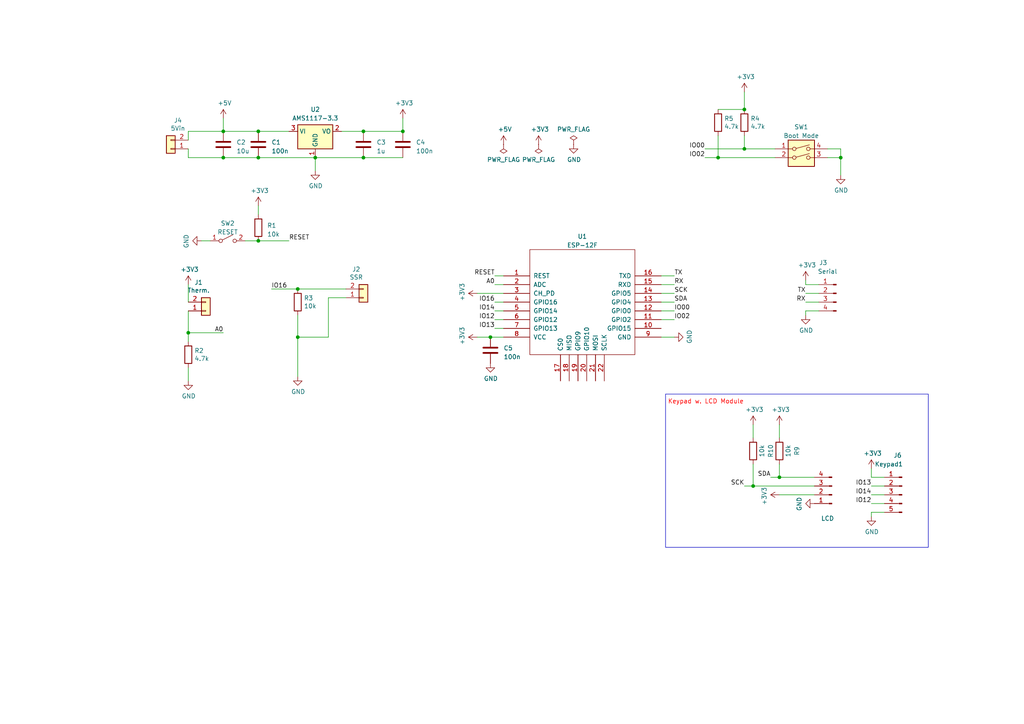
<source format=kicad_sch>
(kicad_sch (version 20231120) (generator "eeschema") (generator_version "8.0")
  (paper "A4")
  (lib_symbols
    (symbol "Connector:Conn_01x04_Pin" (pin_names (offset 1.016) hide)
      (property "Reference" "J" (at 0 5.08 0))
      (property "Value" "Conn_01x04_Pin" (at 0 -7.62 0))
      (symbol "Conn_01x04_Pin_1_1"
        (polyline (pts (xy 1.27 -5.08) (xy 0.8636 -5.08)) (stroke (width 0.1524)))
        (polyline (pts (xy 1.27 -2.54) (xy 0.8636 -2.54)) (stroke (width 0.1524)))
        (polyline (pts (xy 1.27 0) (xy 0.8636 0)) (stroke (width 0.1524)))
        (polyline (pts (xy 1.27 2.54) (xy 0.8636 2.54)) (stroke (width 0.1524)))
        (rectangle (start 0.8636 -4.953) (end 0 -5.207) (stroke (width 0.1524)) (fill (type outline)))
        (rectangle (start 0.8636 -2.413) (end 0 -2.667) (stroke (width 0.1524)) (fill (type outline)))
        (rectangle (start 0.8636 0.127) (end 0 -0.127) (stroke (width 0.1524)) (fill (type outline)))
        (rectangle (start 0.8636 2.667) (end 0 2.413) (stroke (width 0.1524)) (fill (type outline)))
        (pin passive line (at 5.08 2.54 180) (length 3.81) (name "Pin_1") (number "1"))
        (pin passive line (at 5.08 0 180) (length 3.81) (name "Pin_2") (number "2"))
        (pin passive line (at 5.08 -2.54 180) (length 3.81) (name "Pin_3") (number "3"))
        (pin passive line (at 5.08 -5.08 180) (length 3.81) (name "Pin_4") (number "4"))
      )
    )
    (symbol "Connector:Conn_01x05_Pin" (pin_names (offset 1.016) hide)
      (property "Reference" "J" (at 0 7.62 0))
      (property "Value" "Conn_01x05_Pin" (at 0 -7.62 0))
      (symbol "Conn_01x05_Pin_1_1"
        (polyline (pts (xy 1.27 -5.08) (xy 0.8636 -5.08)) (stroke (width 0.1524)))
        (polyline (pts (xy 1.27 -2.54) (xy 0.8636 -2.54)) (stroke (width 0.1524)))
        (polyline (pts (xy 1.27 0) (xy 0.8636 0)) (stroke (width 0.1524)))
        (polyline (pts (xy 1.27 2.54) (xy 0.8636 2.54)) (stroke (width 0.1524)))
        (polyline (pts (xy 1.27 5.08) (xy 0.8636 5.08)) (stroke (width 0.1524)))
        (rectangle (start 0.8636 -4.953) (end 0 -5.207) (stroke (width 0.1524)) (fill (type outline)))
        (rectangle (start 0.8636 -2.413) (end 0 -2.667) (stroke (width 0.1524)) (fill (type outline)))
        (rectangle (start 0.8636 0.127) (end 0 -0.127) (stroke (width 0.1524)) (fill (type outline)))
        (rectangle (start 0.8636 2.667) (end 0 2.413) (stroke (width 0.1524)) (fill (type outline)))
        (rectangle (start 0.8636 5.207) (end 0 4.953) (stroke (width 0.1524)) (fill (type outline)))
        (pin passive line (at 5.08 5.08 180) (length 3.81) (name "Pin_1") (number "1"))
        (pin passive line (at 5.08 2.54 180) (length 3.81) (name "Pin_2") (number "2"))
        (pin passive line (at 5.08 0 180) (length 3.81) (name "Pin_3") (number "3"))
        (pin passive line (at 5.08 -2.54 180) (length 3.81) (name "Pin_4") (number "4"))
        (pin passive line (at 5.08 -5.08 180) (length 3.81) (name "Pin_5") (number "5"))
      )
    )
    (symbol "Connector_Generic:Conn_01x02" (pin_names (offset 1.016) hide)
      (property "Reference" "J" (at 0 2.54 0))
      (property "Value" "Conn_01x02" (at 0 -5.08 0))
      (symbol "Conn_01x02_1_1"
        (rectangle (start -1.27 -2.413) (end 0 -2.667) (stroke (width 0.1524)))
        (rectangle (start -1.27 0.127) (end 0 -0.127) (stroke (width 0.1524)))
        (rectangle (start -1.27 1.27) (end 1.27 -3.81) (stroke (width 0.254)) (fill (type background)))
        (pin passive line (at -5.08 0 0) (length 3.81) (name "Pin_1") (number "1"))
        (pin passive line (at -5.08 -2.54 0) (length 3.81) (name "Pin_2") (number "2"))
      )
    )
    (symbol "Device:C" (pin_numbers hide) (pin_names (offset 0.254))
      (property "Reference" "C" (at 0.635 2.54 0))
      (property "Value" "C" (at 0.635 -2.54 0))
      (symbol "C_0_1"
        (polyline (pts (xy -2.032 -0.762) (xy 2.032 -0.762)) (stroke (width 0.508)))
        (polyline (pts (xy -2.032 0.762) (xy 2.032 0.762)) (stroke (width 0.508)))
      )
      (symbol "C_1_1"
        (pin passive line (at 0 3.81 270) (length 2.794) (name "~") (number "1"))
        (pin passive line (at 0 -3.81 90) (length 2.794) (name "~") (number "2"))
      )
    )
    (symbol "Device:R" (pin_numbers hide) (pin_names (offset 0))
      (property "Reference" "R" (at 2.032 0 90))
      (property "Value" "R" (at 0 0 90))
      (symbol "R_0_1"
        (rectangle (start -1.016 -2.54) (end 1.016 2.54) (stroke (width 0.254)))
      )
      (symbol "R_1_1"
        (pin passive line (at 0 3.81 270) (length 1.27) (name "~") (number "1"))
        (pin passive line (at 0 -3.81 90) (length 1.27) (name "~") (number "2"))
      )
    )
    (symbol "ESP8266:ESP-12F" (pin_names (offset 1.016))
      (property "Reference" "U" (at 0 -2.54 0))
      (property "Value" "ESP-12F" (at 0 2.54 0))
      (symbol "ESP-12F_1_0"
        (rectangle (start -15.24 -15.24) (end 15.24 15.24))
      )
      (symbol "ESP-12F_1_1"
        (pin input line (at -22.86 7.62 0) (length 7.62) (name "REST") (number "1"))
        (pin bidirectional line (at 22.86 -7.62 180) (length 7.62) (name "GPIO15") (number "10"))
        (pin bidirectional line (at 22.86 -5.08 180) (length 7.62) (name "GPIO2") (number "11"))
        (pin bidirectional line (at 22.86 -2.54 180) (length 7.62) (name "GPIO0") (number "12"))
        (pin bidirectional line (at 22.86 0 180) (length 7.62) (name "GPIO4") (number "13"))
        (pin bidirectional line (at 22.86 2.54 180) (length 7.62) (name "GPIO5") (number "14"))
        (pin input line (at 22.86 5.08 180) (length 7.62) (name "RXD") (number "15"))
        (pin output line (at 22.86 7.62 180) (length 7.62) (name "TXD") (number "16"))
        (pin bidirectional line (at -6.35 -22.86 90) (length 7.62) (name "CS0") (number "17"))
        (pin bidirectional line (at -3.81 -22.86 90) (length 7.62) (name "MISO") (number "18"))
        (pin bidirectional line (at -1.27 -22.86 90) (length 7.62) (name "GPIO9") (number "19"))
        (pin passive line (at -22.86 5.08 0) (length 7.62) (name "ADC") (number "2"))
        (pin bidirectional line (at 1.27 -22.86 90) (length 7.62) (name "GPIO10") (number "20"))
        (pin bidirectional line (at 3.81 -22.86 90) (length 7.62) (name "MOSI") (number "21"))
        (pin bidirectional line (at 6.35 -22.86 90) (length 7.62) (name "SCLK") (number "22"))
        (pin input line (at -22.86 2.54 0) (length 7.62) (name "CH_PD") (number "3"))
        (pin bidirectional line (at -22.86 0 0) (length 7.62) (name "GPIO16") (number "4"))
        (pin bidirectional line (at -22.86 -2.54 0) (length 7.62) (name "GPIO14") (number "5"))
        (pin bidirectional line (at -22.86 -5.08 0) (length 7.62) (name "GPIO12") (number "6"))
        (pin bidirectional line (at -22.86 -7.62 0) (length 7.62) (name "GPIO13") (number "7"))
        (pin power_in line (at -22.86 -10.16 0) (length 7.62) (name "VCC") (number "8"))
        (pin power_in line (at 22.86 -10.16 180) (length 7.62) (name "GND") (number "9"))
      )
    )
    (symbol "Regulator_Linear:AMS1117-3.3"
      (property "Reference" "U" (at -3.81 3.175 0))
      (property "Value" "AMS1117-3.3" (at 0 3.175 0))
      (symbol "AMS1117-3.3_0_1"
        (rectangle (start -5.08 -5.08) (end 5.08 1.905) (stroke (width 0.254)) (fill (type background)))
      )
      (symbol "AMS1117-3.3_1_1"
        (pin power_in line (at 0 -7.62 90) (length 2.54) (name "GND") (number "1"))
        (pin power_out line (at 7.62 0 180) (length 2.54) (name "VO") (number "2"))
        (pin power_in line (at -7.62 0 0) (length 2.54) (name "VI") (number "3"))
      )
    )
    (symbol "Switch:SW_DIP_x02" (pin_names (offset 0) hide)
      (property "Reference" "SW" (at 0 6.35 0))
      (property "Value" "SW_DIP_x02" (at 0 -3.81 0))
      (symbol "SW_DIP_x02_0_0"
        (circle (center -2.032 0) (radius 0.508))
        (circle (center -2.032 2.54) (radius 0.508))
        (polyline (pts (xy -1.524 0.127) (xy 2.3622 1.1684)))
        (polyline (pts (xy -1.524 2.667) (xy 2.3622 3.7084)))
        (circle (center 2.032 0) (radius 0.508))
        (circle (center 2.032 2.54) (radius 0.508))
      )
      (symbol "SW_DIP_x02_0_1"
        (rectangle (start -3.81 5.08) (end 3.81 -2.54) (stroke (width 0.254)) (fill (type background)))
      )
      (symbol "SW_DIP_x02_1_1"
        (pin passive line (at -7.62 2.54 0) (length 5.08) (name "~") (number "1"))
        (pin passive line (at -7.62 0 0) (length 5.08) (name "~") (number "2"))
        (pin passive line (at 7.62 0 180) (length 5.08) (name "~") (number "3"))
        (pin passive line (at 7.62 2.54 180) (length 5.08) (name "~") (number "4"))
      )
    )
    (symbol "Switch:SW_SPST" (pin_names (offset 0) hide)
      (property "Reference" "SW" (at 0 3.175 0))
      (property "Value" "SW_SPST" (at 0 -2.54 0))
      (symbol "SW_SPST_0_0"
        (circle (center -2.032 0) (radius 0.508))
        (polyline (pts (xy -1.524 0.254) (xy 1.524 1.778)))
        (circle (center 2.032 0) (radius 0.508))
      )
      (symbol "SW_SPST_1_1"
        (pin passive line (at -5.08 0 0) (length 2.54) (name "A") (number "1"))
        (pin passive line (at 5.08 0 180) (length 2.54) (name "B") (number "2"))
      )
    )
    (symbol "power:+3V3" (power) (pin_names (offset 0))
      (property "Value" "+3V3" (at 0 3.556 0))
      (symbol "+3V3_0_1"
        (polyline (pts (xy -0.762 1.27) (xy 0 2.54)))
        (polyline (pts (xy 0 0) (xy 0 2.54)))
        (polyline (pts (xy 0 2.54) (xy 0.762 1.27)))
      )
      (symbol "+3V3_1_1"
        (pin power_in line (at 0 0 90) (length 0) hide (name "+3V3") (number "1"))
      )
    )
    (symbol "power:+5V" (power) (pin_names (offset 0))
      (property "Value" "+5V" (at 0 3.556 0))
      (symbol "+5V_0_1"
        (polyline (pts (xy -0.762 1.27) (xy 0 2.54)))
        (polyline (pts (xy 0 0) (xy 0 2.54)))
        (polyline (pts (xy 0 2.54) (xy 0.762 1.27)))
      )
      (symbol "+5V_1_1"
        (pin power_in line (at 0 0 90) (length 0) hide (name "+5V") (number "1"))
      )
    )
    (symbol "power:GND" (power) (pin_names (offset 0))
      (property "Value" "GND" (at 0 -3.81 0))
      (symbol "GND_0_1"
        (polyline (pts (xy 0 0) (xy 0 -1.27) (xy 1.27 -1.27) (xy 0 -2.54) (xy -1.27 -1.27) (xy 0 -1.27)))
      )
      (symbol "GND_1_1"
        (pin power_in line (at 0 0 270) (length 0) hide (name "GND") (number "1"))
      )
    )
    (symbol "power:PWR_FLAG" (power) (pin_numbers hide) (pin_names (offset 0) hide)
      (property "Value" "PWR_FLAG" (at 0 3.81 0))
      (symbol "PWR_FLAG_0_0"
        (pin power_out line (at 0 0 90) (length 0) (name "pwr") (number "1"))
      )
      (symbol "PWR_FLAG_0_1"
        (polyline (pts (xy 0 0) (xy 0 1.27) (xy -1.016 1.905) (xy 0 2.54) (xy 1.016 1.905) (xy 0 1.27)))
      )
    )
  )
  (junction (at 243.84 45.72))
  (junction (at 64.77 38.1))
  (junction (at 215.9 31.75))
  (junction (at 54.61 96.52))
  (junction (at 218.44 140.97))
  (junction (at 86.36 83.82))
  (junction (at 208.28 45.72))
  (junction (at 86.36 97.79))
  (junction (at 226.06 138.43))
  (junction (at 116.84 38.1))
  (junction (at 74.93 69.85))
  (junction (at 64.77 45.72))
  (junction (at 142.24 97.79))
  (junction (at 105.41 45.72))
  (junction (at 105.41 38.1))
  (junction (at 215.9 43.18))
  (junction (at 74.93 45.72))
  (junction (at 91.44 45.72))
  (junction (at 74.93 38.1))
  (wire (pts (xy 233.68 87.63) (xy 237.49 87.63)))
  (wire (pts (xy 224.79 43.18) (xy 215.9 43.18)))
  (wire (pts (xy 226.06 143.51) (xy 236.22 143.51)))
  (wire (pts (xy 143.51 87.63) (xy 146.05 87.63)))
  (wire (pts (xy 105.41 38.1) (xy 116.84 38.1)))
  (wire (pts (xy 54.61 90.17) (xy 54.61 96.52)))
  (wire (pts (xy 215.9 140.97) (xy 218.44 140.97)))
  (wire (pts (xy 54.61 96.52) (xy 54.61 99.06)))
  (wire (pts (xy 215.9 43.18) (xy 215.9 39.37)))
  (wire (pts (xy 243.84 45.72) (xy 243.84 50.8)))
  (wire (pts (xy 191.77 97.79) (xy 195.58 97.79)))
  (wire (pts (xy 191.77 80.01) (xy 195.58 80.01)))
  (wire (pts (xy 226.06 134.62) (xy 226.06 138.43)))
  (wire (pts (xy 224.79 45.72) (xy 208.28 45.72)))
  (wire (pts (xy 208.28 31.75) (xy 215.9 31.75)))
  (wire (pts (xy 237.49 90.17) (xy 233.68 90.17)))
  (wire (pts (xy 215.9 26.67) (xy 215.9 31.75)))
  (wire (pts (xy 252.73 148.59) (xy 252.73 149.86)))
  (wire (pts (xy 99.06 38.1) (xy 105.41 38.1)))
  (wire (pts (xy 143.51 90.17) (xy 146.05 90.17)))
  (wire (pts (xy 233.68 85.09) (xy 237.49 85.09)))
  (wire (pts (xy 233.68 82.55) (xy 233.68 81.28)))
  (wire (pts (xy 243.84 43.18) (xy 243.84 45.72)))
  (wire (pts (xy 74.93 38.1) (xy 83.82 38.1)))
  (wire (pts (xy 252.73 143.51) (xy 256.54 143.51)))
  (wire (pts (xy 71.12 69.85) (xy 74.93 69.85)))
  (wire (pts (xy 226.06 123.19) (xy 226.06 127)))
  (wire (pts (xy 95.25 86.36) (xy 95.25 97.79)))
  (wire (pts (xy 218.44 140.97) (xy 236.22 140.97)))
  (wire (pts (xy 252.73 135.89) (xy 252.73 138.43)))
  (wire (pts (xy 252.73 138.43) (xy 256.54 138.43)))
  (wire (pts (xy 256.54 148.59) (xy 252.73 148.59)))
  (wire (pts (xy 226.06 138.43) (xy 236.22 138.43)))
  (wire (pts (xy 54.61 110.49) (xy 54.61 106.68)))
  (wire (pts (xy 191.77 85.09) (xy 195.58 85.09)))
  (wire (pts (xy 64.77 45.72) (xy 74.93 45.72)))
  (wire (pts (xy 64.77 45.72) (xy 54.61 45.72)))
  (wire (pts (xy 86.36 83.82) (xy 100.33 83.82)))
  (wire (pts (xy 143.51 92.71) (xy 146.05 92.71)))
  (wire (pts (xy 64.77 96.52) (xy 54.61 96.52)))
  (wire (pts (xy 105.41 45.72) (xy 116.84 45.72)))
  (wire (pts (xy 143.51 82.55) (xy 146.05 82.55)))
  (wire (pts (xy 74.93 59.69) (xy 74.93 62.23)))
  (wire (pts (xy 237.49 82.55) (xy 233.68 82.55)))
  (wire (pts (xy 191.77 92.71) (xy 195.58 92.71)))
  (wire (pts (xy 223.52 138.43) (xy 226.06 138.43)))
  (wire (pts (xy 95.25 97.79) (xy 86.36 97.79)))
  (wire (pts (xy 191.77 87.63) (xy 195.58 87.63)))
  (wire (pts (xy 191.77 82.55) (xy 195.58 82.55)))
  (wire (pts (xy 91.44 45.72) (xy 105.41 45.72)))
  (wire (pts (xy 74.93 45.72) (xy 91.44 45.72)))
  (wire (pts (xy 91.44 45.72) (xy 91.44 49.53)))
  (wire (pts (xy 218.44 123.19) (xy 218.44 127)))
  (wire (pts (xy 138.43 97.79) (xy 142.24 97.79)))
  (wire (pts (xy 252.73 146.05) (xy 256.54 146.05)))
  (wire (pts (xy 143.51 80.01) (xy 146.05 80.01)))
  (wire (pts (xy 256.54 140.97) (xy 252.73 140.97)))
  (wire (pts (xy 64.77 38.1) (xy 54.61 38.1)))
  (wire (pts (xy 86.36 109.22) (xy 86.36 97.79)))
  (wire (pts (xy 58.42 69.85) (xy 60.96 69.85)))
  (wire (pts (xy 138.43 85.09) (xy 146.05 85.09)))
  (wire (pts (xy 143.51 95.25) (xy 146.05 95.25)))
  (wire (pts (xy 86.36 97.79) (xy 86.36 91.44)))
  (wire (pts (xy 191.77 90.17) (xy 195.58 90.17)))
  (wire (pts (xy 54.61 43.18) (xy 54.61 45.72)))
  (wire (pts (xy 208.28 45.72) (xy 208.28 39.37)))
  (wire (pts (xy 218.44 140.97) (xy 218.44 134.62)))
  (wire (pts (xy 54.61 82.55) (xy 54.61 87.63)))
  (wire (pts (xy 240.03 45.72) (xy 243.84 45.72)))
  (wire (pts (xy 233.68 90.17) (xy 233.68 91.44)))
  (wire (pts (xy 64.77 34.29) (xy 64.77 38.1)))
  (wire (pts (xy 74.93 69.85) (xy 83.82 69.85)))
  (wire (pts (xy 86.36 83.82) (xy 78.74 83.82)))
  (wire (pts (xy 142.24 97.79) (xy 146.05 97.79)))
  (wire (pts (xy 204.47 43.18) (xy 215.9 43.18)))
  (wire (pts (xy 116.84 34.29) (xy 116.84 38.1)))
  (wire (pts (xy 100.33 86.36) (xy 95.25 86.36)))
  (wire (pts (xy 54.61 38.1) (xy 54.61 40.64)))
  (wire (pts (xy 64.77 38.1) (xy 74.93 38.1)))
  (wire (pts (xy 204.47 45.72) (xy 208.28 45.72)))
  (wire (pts (xy 240.03 43.18) (xy 243.84 43.18)))
  (rectangle (start 193.04 114.3) (end 269.24 158.75))
  (text "Keypad w. LCD Module" (at 204.724 116.586 0) (effects (font (size 1.27 1.27))))
  (label "IO14" (at 143.51 90.17 180))
  (label "SCK" (at 195.58 85.09 0))
  (label "SDA" (at 223.52 138.43 180))
  (label "RESET" (at 83.82 69.85 0))
  (label "IO00" (at 204.47 43.18 180))
  (label "IO02" (at 204.47 45.72 180))
  (label "IO13" (at 252.73 140.97 180))
  (label "A0" (at 143.51 82.55 180))
  (label "RESET" (at 143.51 80.01 180))
  (label "SDA" (at 195.58 87.63 0))
  (label "RX" (at 195.58 82.55 0))
  (label "A0" (at 64.77 96.52 180))
  (label "RX" (at 233.68 87.63 180))
  (label "IO16" (at 143.51 87.63 180))
  (label "IO14" (at 252.73 143.51 180))
  (label "IO12" (at 143.51 92.71 180))
  (label "IO02" (at 195.58 92.71 0))
  (label "IO13" (at 143.51 95.25 180))
  (label "IO12" (at 252.73 146.05 180))
  (label "TX" (at 233.68 85.09 180))
  (label "IO00" (at 195.58 90.17 0))
  (label "TX" (at 195.58 80.01 0))
  (label "IO16" (at 78.74 83.82 0))
  (label "SCK" (at 215.9 140.97 180))
  (symbol (lib_id "power:+3V3") (at 138.43 97.79 90) (unit 1)
    (property "Reference" "#PWR012" (effects (hide yes)))
    (property "Value" "+3V3" (at 134.0358 97.409 0))
  )
  (symbol (lib_id "Device:C") (at 74.93 41.91 0) (unit 1)
    (property "Reference" "C1" (at 78.74 41.275 0) (effects (justify left)))
    (property "Value" "100n" (at 78.74 43.815 0) (effects (justify left)))
    (property "Footprint" "Capacitor_SMD:C_1206_3216Metric_Pad1.33x1.80mm_HandSolder" (effects (hide yes)))
  )
  (symbol (lib_id "power:GND") (at 233.68 91.44 0) (unit 1)
    (property "Reference" "#PWR016" (effects (hide yes)))
    (property "Value" "GND" (at 233.807 95.8342 0))
  )
  (symbol (lib_id "power:+3V3") (at 252.73 135.89 0) (unit 1)
    (property "Reference" "#PWR019" (effects (hide yes)))
    (property "Value" "+3V3" (at 253.111 131.4958 0))
  )
  (symbol (lib_id "Device:R") (at 54.61 102.87 0) (unit 1)
    (property "Reference" "R2" (at 56.388 101.7016 0) (effects (justify left)))
    (property "Value" "4.7k" (at 56.388 104.013 0) (effects (justify left)))
    (property "Footprint" "Resistor_SMD:R_1206_3216Metric_Pad1.30x1.75mm_HandSolder" (effects (hide yes)))
  )
  (symbol (lib_id "Connector_Generic:Conn_01x02") (at 105.41 86.36 0) (mirror x) (unit 1)
    (property "Reference" "J2" (at 103.3272 78.105 0))
    (property "Value" "SSR" (at 103.3272 80.4164 0))
    (property "Footprint" "Connector_JST:JST_XH_B2B-XH-A_1x02_P2.50mm_Vertical" (effects (hide yes)))
  )
  (symbol (lib_id "Connector:Conn_01x04_Pin") (at 241.3 143.51 180) (unit 1)
    (property "Reference" "J5" (effects (hide yes)))
    (property "Value" "LCD" (at 240.03 150.368 0))
    (property "Footprint" "Connector_PinHeader_2.54mm:PinHeader_1x04_P2.54mm_Vertical" (effects (hide yes)))
    (property "Description" "Generic connector, single row, 01x04, script generated" (effects (hide yes)))
  )
  (symbol (lib_id "Switch:SW_SPST") (at 66.04 69.85 0) (unit 1)
    (property "Reference" "SW2" (at 66.04 64.77 0))
    (property "Value" "RESET" (at 66.04 67.31 0))
    (property "Footprint" "Button_Switch_SMD:SW_SPST_FSMSM" (effects (hide yes)))
  )
  (symbol (lib_id "Connector:Conn_01x05_Pin") (at 261.62 143.51 0) (mirror y) (unit 1)
    (property "Reference" "J6" (at 260.35 132.08 0))
    (property "Value" "Keypad1" (at 257.81 134.62 0))
    (property "Footprint" "Connector_PinHeader_2.54mm:PinHeader_1x05_P2.54mm_Vertical" (effects (hide yes)))
  )
  (symbol (lib_id "power:+3V3") (at 138.43 85.09 90) (unit 1)
    (property "Reference" "#PWR011" (effects (hide yes)))
    (property "Value" "+3V3" (at 134.0358 84.709 0))
  )
  (symbol (lib_id "power:+5V") (at 146.05 41.91 0) (unit 1)
    (property "Reference" "#PWR01" (effects (hide yes)))
    (property "Value" "+5V" (at 146.431 37.5158 0))
  )
  (symbol (lib_id "Device:R") (at 74.93 66.04 0) (unit 1)
    (property "Reference" "R1" (at 77.47 65.405 0) (effects (justify left)))
    (property "Value" "10k" (at 77.47 67.945 0) (effects (justify left)))
    (property "Footprint" "Resistor_SMD:R_1206_3216Metric_Pad1.30x1.75mm_HandSolder" (effects (hide yes)))
  )
  (symbol (lib_id "power:PWR_FLAG") (at 156.21 41.91 180) (unit 1)
    (property "Reference" "#FLG02" (effects (hide yes)))
    (property "Value" "PWR_FLAG" (at 156.21 46.3042 0))
  )
  (symbol (lib_id "power:GND") (at 86.36 109.22 0) (unit 1)
    (property "Reference" "#PWR06" (effects (hide yes)))
    (property "Value" "GND" (at 86.487 113.6142 0))
  )
  (symbol (lib_id "power:GND") (at 58.42 69.85 270) (unit 1)
    (property "Reference" "#PWR08" (effects (hide yes)))
    (property "Value" "GND" (at 54.0258 69.977 0))
  )
  (symbol (lib_id "power:+3V3") (at 215.9 26.67 0) (unit 1)
    (property "Reference" "#PWR013" (effects (hide yes)))
    (property "Value" "+3V3" (at 216.281 22.2758 0))
  )
  (symbol (lib_id "Switch:SW_DIP_x02") (at 232.41 45.72 0) (unit 1)
    (property "Reference" "SW1" (at 232.41 36.83 0))
    (property "Value" "Boot Mode" (at 232.41 39.37 0))
    (property "Footprint" "Button_Switch_THT:SW_DIP_SPSTx02_Slide_9.78x7.26mm_W7.62mm_P2.54mm" (effects (hide yes)))
  )
  (symbol (lib_id "power:+3V3") (at 226.06 123.19 0) (unit 1)
    (property "Reference" "#PWR032" (effects (hide yes)))
    (property "Value" "+3V3" (at 226.441 118.7958 0))
  )
  (symbol (lib_id "Device:C") (at 105.41 41.91 0) (unit 1)
    (property "Reference" "C3" (at 109.22 41.275 0) (effects (justify left)))
    (property "Value" "1u" (at 109.22 43.815 0) (effects (justify left)))
    (property "Footprint" "Capacitor_SMD:C_1206_3216Metric_Pad1.33x1.80mm_HandSolder" (effects (hide yes)))
  )
  (symbol (lib_id "Device:R") (at 218.44 130.81 180) (unit 1)
    (property "Reference" "R10" (at 223.52 130.81 90))
    (property "Value" "10k" (at 220.98 130.81 90))
    (property "Footprint" "Resistor_SMD:R_1206_3216Metric_Pad1.30x1.75mm_HandSolder" (effects (hide yes)))
  )
  (symbol (lib_id "power:+3V3") (at 116.84 34.29 0) (unit 1)
    (property "Reference" "#PWR017" (effects (hide yes)))
    (property "Value" "+3V3" (at 117.221 29.8958 0))
  )
  (symbol (lib_id "power:GND") (at 236.22 146.05 270) (unit 1)
    (property "Reference" "#PWR022" (effects (hide yes)))
    (property "Value" "GND" (at 231.8258 146.177 0))
  )
  (symbol (lib_id "power:GND") (at 195.58 97.79 90) (unit 1)
    (property "Reference" "#PWR018" (effects (hide yes)))
    (property "Value" "GND" (at 199.9742 97.663 0))
  )
  (symbol (lib_id "Device:R") (at 208.28 35.56 0) (unit 1)
    (property "Reference" "R5" (at 210.058 34.3916 0) (effects (justify left)))
    (property "Value" "4.7k" (at 210.058 36.703 0) (effects (justify left)))
    (property "Footprint" "Resistor_SMD:R_1206_3216Metric_Pad1.30x1.75mm_HandSolder" (effects (hide yes)))
  )
  (symbol (lib_id "Device:R") (at 86.36 87.63 0) (unit 1)
    (property "Reference" "R3" (at 88.138 86.4616 0) (effects (justify left)))
    (property "Value" "10k" (at 88.138 88.773 0) (effects (justify left)))
    (property "Footprint" "Resistor_SMD:R_1206_3216Metric_Pad1.30x1.75mm_HandSolder" (effects (hide yes)))
  )
  (symbol (lib_id "power:+3V3") (at 226.06 143.51 90) (mirror x) (unit 1)
    (property "Reference" "#PWR021" (effects (hide yes)))
    (property "Value" "+3V3" (at 221.6658 143.891 0))
  )
  (symbol (lib_id "power:GND") (at 166.37 41.91 0) (unit 1)
    (property "Reference" "#PWR03" (effects (hide yes)))
    (property "Value" "GND" (at 166.497 46.3042 0))
  )
  (symbol (lib_id "power:GND") (at 243.84 50.8 0) (unit 1)
    (property "Reference" "#PWR014" (effects (hide yes)))
    (property "Value" "GND" (at 243.967 55.1942 0))
  )
  (symbol (lib_id "Device:R") (at 226.06 130.81 180) (unit 1)
    (property "Reference" "R9" (at 231.14 130.81 90))
    (property "Value" "10k" (at 228.6 130.81 90))
    (property "Footprint" "Resistor_SMD:R_1206_3216Metric_Pad1.30x1.75mm_HandSolder" (effects (hide yes)))
  )
  (symbol (lib_id "Device:C") (at 142.24 101.6 0) (unit 1)
    (property "Reference" "C5" (at 146.05 100.965 0) (effects (justify left)))
    (property "Value" "100n" (at 146.05 103.505 0) (effects (justify left)))
    (property "Footprint" "Capacitor_SMD:C_1206_3216Metric_Pad1.33x1.80mm_HandSolder" (effects (hide yes)))
  )
  (symbol (lib_id "power:+3V3") (at 156.21 41.91 0) (unit 1)
    (property "Reference" "#PWR02" (effects (hide yes)))
    (property "Value" "+3V3" (at 156.591 37.5158 0))
  )
  (symbol (lib_id "Device:R") (at 215.9 35.56 0) (unit 1)
    (property "Reference" "R4" (at 217.678 34.3916 0) (effects (justify left)))
    (property "Value" "4.7k" (at 217.678 36.703 0) (effects (justify left)))
    (property "Footprint" "Resistor_SMD:R_1206_3216Metric_Pad1.30x1.75mm_HandSolder" (effects (hide yes)))
  )
  (symbol (lib_id "Connector_Generic:Conn_01x02") (at 59.69 90.17 0) (mirror x) (unit 1)
    (property "Reference" "J1" (at 57.6072 81.915 0))
    (property "Value" "Therm." (at 57.6072 84.2264 0))
    (property "Footprint" "Connector_JST:JST_XH_B2B-XH-A_1x02_P2.50mm_Vertical" (effects (hide yes)))
  )
  (symbol (lib_id "power:PWR_FLAG") (at 166.37 41.91 0) (unit 1)
    (property "Reference" "#FLG03" (effects (hide yes)))
    (property "Value" "PWR_FLAG" (at 166.37 37.5158 0))
  )
  (symbol (lib_id "Regulator_Linear:AMS1117-3.3") (at 91.44 38.1 0) (unit 1)
    (property "Reference" "U2" (at 91.44 31.75 0))
    (property "Value" "AMS1117-3.3" (at 91.44 34.29 0))
    (property "Footprint" "Package_TO_SOT_SMD:SOT-223-3_TabPin2" (effects (hide yes)))
    (property "Datasheet" "http://www.advanced-monolithic.com/pdf/ds1117.pdf" (effects (hide yes)))
  )
  (symbol (lib_id "Device:C") (at 64.77 41.91 0) (unit 1)
    (property "Reference" "C2" (at 68.58 41.275 0) (effects (justify left)))
    (property "Value" "10u" (at 68.58 43.815 0) (effects (justify left)))
    (property "Footprint" "Capacitor_SMD:C_1206_3216Metric_Pad1.33x1.80mm_HandSolder" (effects (hide yes)))
  )
  (symbol (lib_id "power:+3V3") (at 218.44 123.19 0) (unit 1)
    (property "Reference" "#PWR033" (effects (hide yes)))
    (property "Value" "+3V3" (at 218.821 118.7958 0))
  )
  (symbol (lib_id "power:GND") (at 142.24 105.41 0) (unit 1)
    (property "Reference" "#PWR020" (effects (hide yes)))
    (property "Value" "GND" (at 142.367 109.8042 0))
  )
  (symbol (lib_id "ESP8266:ESP-12F") (at 168.91 87.63 0) (unit 1)
    (property "Reference" "U1" (at 168.91 68.58 0))
    (property "Value" "ESP-12F" (at 168.91 71.12 0))
    (property "Footprint" "ESP8266:ESP-07-RF_Modules" (effects (hide yes)))
    (property "Datasheet" "http://l0l.org.uk/2014/12/esp8266-modules-hardware-guide-gotta-catch-em-all/" (effects (hide yes)))
  )
  (symbol (lib_id "power:GND") (at 252.73 149.86 0) (unit 1)
    (property "Reference" "#PWR031" (effects (hide yes)))
    (property "Value" "GND" (at 252.857 154.2542 0))
  )
  (symbol (lib_id "power:+3V3") (at 74.93 59.69 0) (unit 1)
    (property "Reference" "#PWR07" (effects (hide yes)))
    (property "Value" "+3V3" (at 75.311 55.2958 0))
  )
  (symbol (lib_id "power:GND") (at 54.61 110.49 0) (unit 1)
    (property "Reference" "#PWR05" (effects (hide yes)))
    (property "Value" "GND" (at 54.737 114.8842 0))
  )
  (symbol (lib_id "power:+3V3") (at 54.61 82.55 0) (unit 1)
    (property "Reference" "#PWR04" (effects (hide yes)))
    (property "Value" "+3V3" (at 54.991 78.1558 0))
  )
  (symbol (lib_id "Connector_Generic:Conn_01x02") (at 49.53 43.18 180) (unit 1)
    (property "Reference" "J4" (at 51.6128 34.925 0))
    (property "Value" "5Vin" (at 51.6128 37.2364 0))
    (property "Footprint" "Connector_JST:JST_XH_B2B-XH-A_1x02_P2.50mm_Vertical" (effects (hide yes)))
  )
  (symbol (lib_id "power:PWR_FLAG") (at 146.05 41.91 180) (unit 1)
    (property "Reference" "#FLG01" (effects (hide yes)))
    (property "Value" "PWR_FLAG" (at 146.05 46.3042 0))
  )
  (symbol (lib_id "Connector:Conn_01x04_Pin") (at 242.57 85.09 0) (mirror y) (unit 1)
    (property "Reference" "J3" (at 238.76 76.2 0))
    (property "Value" "Serial" (at 240.03 78.74 0))
    (property "Footprint" "Connector_PinHeader_2.54mm:PinHeader_1x04_P2.54mm_Vertical" (effects (hide yes)))
  )
  (symbol (lib_id "power:GND") (at 91.44 49.53 0) (unit 1)
    (property "Reference" "#PWR09" (effects (hide yes)))
    (property "Value" "GND" (at 91.567 53.9242 0))
  )
  (symbol (lib_id "power:+3V3") (at 233.68 81.28 0) (unit 1)
    (property "Reference" "#PWR015" (effects (hide yes)))
    (property "Value" "+3V3" (at 234.061 76.8858 0))
  )
  (symbol (lib_id "power:+5V") (at 64.77 34.29 0) (unit 1)
    (property "Reference" "#PWR010" (effects (hide yes)))
    (property "Value" "+5V" (at 65.151 29.8958 0))
  )
  (symbol (lib_id "Device:C") (at 116.84 41.91 0) (unit 1)
    (property "Reference" "C4" (at 120.65 41.275 0) (effects (justify left)))
    (property "Value" "100n" (at 120.65 43.815 0) (effects (justify left)))
    (property "Footprint" "Capacitor_SMD:C_1206_3216Metric_Pad1.33x1.80mm_HandSolder" (effects (hide yes)))
  )
)
</source>
